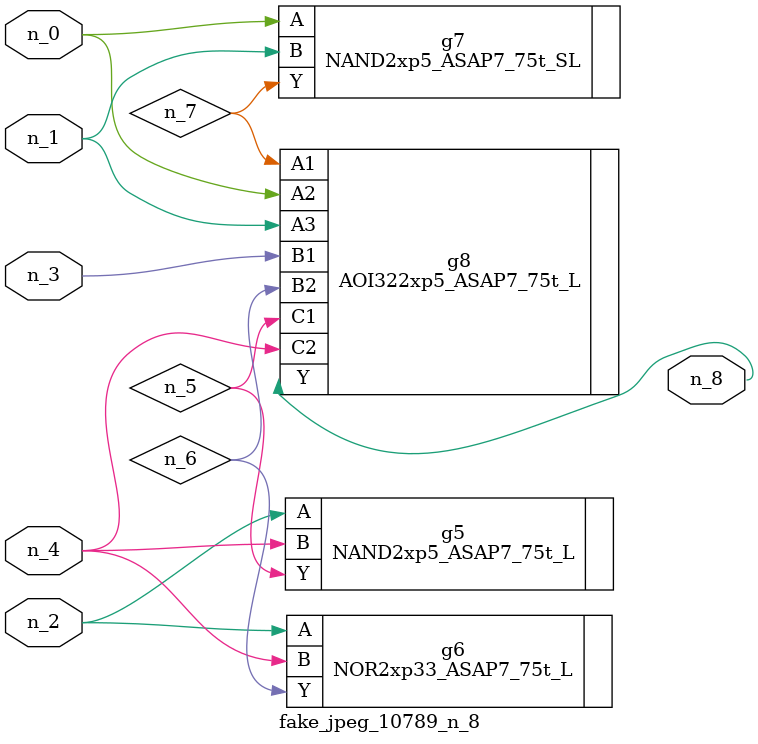
<source format=v>
module fake_jpeg_10789_n_8 (n_3, n_2, n_1, n_0, n_4, n_8);

input n_3;
input n_2;
input n_1;
input n_0;
input n_4;

output n_8;

wire n_6;
wire n_5;
wire n_7;

NAND2xp5_ASAP7_75t_L g5 ( 
.A(n_2),
.B(n_4),
.Y(n_5)
);

NOR2xp33_ASAP7_75t_L g6 ( 
.A(n_2),
.B(n_4),
.Y(n_6)
);

NAND2xp5_ASAP7_75t_SL g7 ( 
.A(n_0),
.B(n_1),
.Y(n_7)
);

AOI322xp5_ASAP7_75t_L g8 ( 
.A1(n_7),
.A2(n_0),
.A3(n_1),
.B1(n_3),
.B2(n_6),
.C1(n_5),
.C2(n_4),
.Y(n_8)
);


endmodule
</source>
